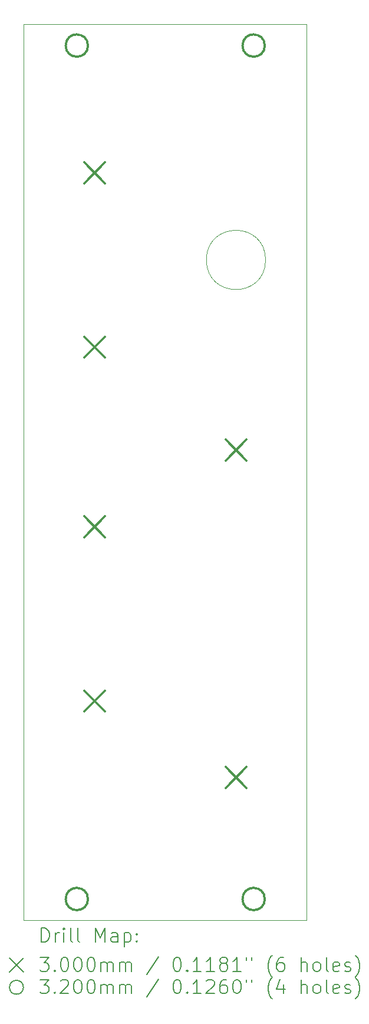
<source format=gbr>
%TF.GenerationSoftware,KiCad,Pcbnew,(6.0.9-0)*%
%TF.CreationDate,2023-02-07T08:36:39+01:00*%
%TF.ProjectId,fp_SDU460,66705f53-4455-4343-9630-2e6b69636164,A*%
%TF.SameCoordinates,Original*%
%TF.FileFunction,Drillmap*%
%TF.FilePolarity,Positive*%
%FSLAX45Y45*%
G04 Gerber Fmt 4.5, Leading zero omitted, Abs format (unit mm)*
G04 Created by KiCad (PCBNEW (6.0.9-0)) date 2023-02-07 08:36:39*
%MOMM*%
%LPD*%
G01*
G04 APERTURE LIST*
%ADD10C,0.100000*%
%ADD11C,0.200000*%
%ADD12C,0.300000*%
%ADD13C,0.320000*%
G04 APERTURE END LIST*
D10*
X6604000Y-4240500D02*
X10668000Y-4240500D01*
X10668000Y-4240500D02*
X10668000Y-17095500D01*
X10668000Y-17095500D02*
X6604000Y-17095500D01*
X6604000Y-17095500D02*
X6604000Y-4240500D01*
X10077000Y-7620000D02*
G75*
G03*
X10077000Y-7620000I-425000J0D01*
G01*
D11*
D12*
X7470000Y-6220000D02*
X7770000Y-6520000D01*
X7770000Y-6220000D02*
X7470000Y-6520000D01*
X7470000Y-8720000D02*
X7770000Y-9020000D01*
X7770000Y-8720000D02*
X7470000Y-9020000D01*
X7470000Y-11300000D02*
X7770000Y-11600000D01*
X7770000Y-11300000D02*
X7470000Y-11600000D01*
X7470000Y-13800000D02*
X7770000Y-14100000D01*
X7770000Y-13800000D02*
X7470000Y-14100000D01*
X9502000Y-10200000D02*
X9802000Y-10500000D01*
X9802000Y-10200000D02*
X9502000Y-10500000D01*
X9502000Y-14900000D02*
X9802000Y-15200000D01*
X9802000Y-14900000D02*
X9502000Y-15200000D01*
D13*
X7526000Y-4543000D02*
G75*
G03*
X7526000Y-4543000I-160000J0D01*
G01*
X7526000Y-16793000D02*
G75*
G03*
X7526000Y-16793000I-160000J0D01*
G01*
X10066000Y-4543000D02*
G75*
G03*
X10066000Y-4543000I-160000J0D01*
G01*
X10066000Y-16793000D02*
G75*
G03*
X10066000Y-16793000I-160000J0D01*
G01*
D11*
X6856619Y-17410976D02*
X6856619Y-17210976D01*
X6904238Y-17210976D01*
X6932809Y-17220500D01*
X6951857Y-17239548D01*
X6961381Y-17258595D01*
X6970905Y-17296690D01*
X6970905Y-17325262D01*
X6961381Y-17363357D01*
X6951857Y-17382405D01*
X6932809Y-17401452D01*
X6904238Y-17410976D01*
X6856619Y-17410976D01*
X7056619Y-17410976D02*
X7056619Y-17277643D01*
X7056619Y-17315738D02*
X7066143Y-17296690D01*
X7075667Y-17287167D01*
X7094714Y-17277643D01*
X7113762Y-17277643D01*
X7180428Y-17410976D02*
X7180428Y-17277643D01*
X7180428Y-17210976D02*
X7170905Y-17220500D01*
X7180428Y-17230024D01*
X7189952Y-17220500D01*
X7180428Y-17210976D01*
X7180428Y-17230024D01*
X7304238Y-17410976D02*
X7285190Y-17401452D01*
X7275667Y-17382405D01*
X7275667Y-17210976D01*
X7409000Y-17410976D02*
X7389952Y-17401452D01*
X7380428Y-17382405D01*
X7380428Y-17210976D01*
X7637571Y-17410976D02*
X7637571Y-17210976D01*
X7704238Y-17353833D01*
X7770905Y-17210976D01*
X7770905Y-17410976D01*
X7951857Y-17410976D02*
X7951857Y-17306214D01*
X7942333Y-17287167D01*
X7923286Y-17277643D01*
X7885190Y-17277643D01*
X7866143Y-17287167D01*
X7951857Y-17401452D02*
X7932809Y-17410976D01*
X7885190Y-17410976D01*
X7866143Y-17401452D01*
X7856619Y-17382405D01*
X7856619Y-17363357D01*
X7866143Y-17344310D01*
X7885190Y-17334786D01*
X7932809Y-17334786D01*
X7951857Y-17325262D01*
X8047095Y-17277643D02*
X8047095Y-17477643D01*
X8047095Y-17287167D02*
X8066143Y-17277643D01*
X8104238Y-17277643D01*
X8123286Y-17287167D01*
X8132809Y-17296690D01*
X8142333Y-17315738D01*
X8142333Y-17372881D01*
X8132809Y-17391929D01*
X8123286Y-17401452D01*
X8104238Y-17410976D01*
X8066143Y-17410976D01*
X8047095Y-17401452D01*
X8228048Y-17391929D02*
X8237571Y-17401452D01*
X8228048Y-17410976D01*
X8218524Y-17401452D01*
X8228048Y-17391929D01*
X8228048Y-17410976D01*
X8228048Y-17287167D02*
X8237571Y-17296690D01*
X8228048Y-17306214D01*
X8218524Y-17296690D01*
X8228048Y-17287167D01*
X8228048Y-17306214D01*
X6399000Y-17640500D02*
X6599000Y-17840500D01*
X6599000Y-17640500D02*
X6399000Y-17840500D01*
X6837571Y-17630976D02*
X6961381Y-17630976D01*
X6894714Y-17707167D01*
X6923286Y-17707167D01*
X6942333Y-17716690D01*
X6951857Y-17726214D01*
X6961381Y-17745262D01*
X6961381Y-17792881D01*
X6951857Y-17811929D01*
X6942333Y-17821452D01*
X6923286Y-17830976D01*
X6866143Y-17830976D01*
X6847095Y-17821452D01*
X6837571Y-17811929D01*
X7047095Y-17811929D02*
X7056619Y-17821452D01*
X7047095Y-17830976D01*
X7037571Y-17821452D01*
X7047095Y-17811929D01*
X7047095Y-17830976D01*
X7180428Y-17630976D02*
X7199476Y-17630976D01*
X7218524Y-17640500D01*
X7228048Y-17650024D01*
X7237571Y-17669071D01*
X7247095Y-17707167D01*
X7247095Y-17754786D01*
X7237571Y-17792881D01*
X7228048Y-17811929D01*
X7218524Y-17821452D01*
X7199476Y-17830976D01*
X7180428Y-17830976D01*
X7161381Y-17821452D01*
X7151857Y-17811929D01*
X7142333Y-17792881D01*
X7132809Y-17754786D01*
X7132809Y-17707167D01*
X7142333Y-17669071D01*
X7151857Y-17650024D01*
X7161381Y-17640500D01*
X7180428Y-17630976D01*
X7370905Y-17630976D02*
X7389952Y-17630976D01*
X7409000Y-17640500D01*
X7418524Y-17650024D01*
X7428048Y-17669071D01*
X7437571Y-17707167D01*
X7437571Y-17754786D01*
X7428048Y-17792881D01*
X7418524Y-17811929D01*
X7409000Y-17821452D01*
X7389952Y-17830976D01*
X7370905Y-17830976D01*
X7351857Y-17821452D01*
X7342333Y-17811929D01*
X7332809Y-17792881D01*
X7323286Y-17754786D01*
X7323286Y-17707167D01*
X7332809Y-17669071D01*
X7342333Y-17650024D01*
X7351857Y-17640500D01*
X7370905Y-17630976D01*
X7561381Y-17630976D02*
X7580428Y-17630976D01*
X7599476Y-17640500D01*
X7609000Y-17650024D01*
X7618524Y-17669071D01*
X7628048Y-17707167D01*
X7628048Y-17754786D01*
X7618524Y-17792881D01*
X7609000Y-17811929D01*
X7599476Y-17821452D01*
X7580428Y-17830976D01*
X7561381Y-17830976D01*
X7542333Y-17821452D01*
X7532809Y-17811929D01*
X7523286Y-17792881D01*
X7513762Y-17754786D01*
X7513762Y-17707167D01*
X7523286Y-17669071D01*
X7532809Y-17650024D01*
X7542333Y-17640500D01*
X7561381Y-17630976D01*
X7713762Y-17830976D02*
X7713762Y-17697643D01*
X7713762Y-17716690D02*
X7723286Y-17707167D01*
X7742333Y-17697643D01*
X7770905Y-17697643D01*
X7789952Y-17707167D01*
X7799476Y-17726214D01*
X7799476Y-17830976D01*
X7799476Y-17726214D02*
X7809000Y-17707167D01*
X7828048Y-17697643D01*
X7856619Y-17697643D01*
X7875667Y-17707167D01*
X7885190Y-17726214D01*
X7885190Y-17830976D01*
X7980428Y-17830976D02*
X7980428Y-17697643D01*
X7980428Y-17716690D02*
X7989952Y-17707167D01*
X8009000Y-17697643D01*
X8037571Y-17697643D01*
X8056619Y-17707167D01*
X8066143Y-17726214D01*
X8066143Y-17830976D01*
X8066143Y-17726214D02*
X8075667Y-17707167D01*
X8094714Y-17697643D01*
X8123286Y-17697643D01*
X8142333Y-17707167D01*
X8151857Y-17726214D01*
X8151857Y-17830976D01*
X8542333Y-17621452D02*
X8370905Y-17878595D01*
X8799476Y-17630976D02*
X8818524Y-17630976D01*
X8837571Y-17640500D01*
X8847095Y-17650024D01*
X8856619Y-17669071D01*
X8866143Y-17707167D01*
X8866143Y-17754786D01*
X8856619Y-17792881D01*
X8847095Y-17811929D01*
X8837571Y-17821452D01*
X8818524Y-17830976D01*
X8799476Y-17830976D01*
X8780429Y-17821452D01*
X8770905Y-17811929D01*
X8761381Y-17792881D01*
X8751857Y-17754786D01*
X8751857Y-17707167D01*
X8761381Y-17669071D01*
X8770905Y-17650024D01*
X8780429Y-17640500D01*
X8799476Y-17630976D01*
X8951857Y-17811929D02*
X8961381Y-17821452D01*
X8951857Y-17830976D01*
X8942333Y-17821452D01*
X8951857Y-17811929D01*
X8951857Y-17830976D01*
X9151857Y-17830976D02*
X9037571Y-17830976D01*
X9094714Y-17830976D02*
X9094714Y-17630976D01*
X9075667Y-17659548D01*
X9056619Y-17678595D01*
X9037571Y-17688119D01*
X9342333Y-17830976D02*
X9228048Y-17830976D01*
X9285190Y-17830976D02*
X9285190Y-17630976D01*
X9266143Y-17659548D01*
X9247095Y-17678595D01*
X9228048Y-17688119D01*
X9456619Y-17716690D02*
X9437571Y-17707167D01*
X9428048Y-17697643D01*
X9418524Y-17678595D01*
X9418524Y-17669071D01*
X9428048Y-17650024D01*
X9437571Y-17640500D01*
X9456619Y-17630976D01*
X9494714Y-17630976D01*
X9513762Y-17640500D01*
X9523286Y-17650024D01*
X9532810Y-17669071D01*
X9532810Y-17678595D01*
X9523286Y-17697643D01*
X9513762Y-17707167D01*
X9494714Y-17716690D01*
X9456619Y-17716690D01*
X9437571Y-17726214D01*
X9428048Y-17735738D01*
X9418524Y-17754786D01*
X9418524Y-17792881D01*
X9428048Y-17811929D01*
X9437571Y-17821452D01*
X9456619Y-17830976D01*
X9494714Y-17830976D01*
X9513762Y-17821452D01*
X9523286Y-17811929D01*
X9532810Y-17792881D01*
X9532810Y-17754786D01*
X9523286Y-17735738D01*
X9513762Y-17726214D01*
X9494714Y-17716690D01*
X9723286Y-17830976D02*
X9609000Y-17830976D01*
X9666143Y-17830976D02*
X9666143Y-17630976D01*
X9647095Y-17659548D01*
X9628048Y-17678595D01*
X9609000Y-17688119D01*
X9799476Y-17630976D02*
X9799476Y-17669071D01*
X9875667Y-17630976D02*
X9875667Y-17669071D01*
X10170905Y-17907167D02*
X10161381Y-17897643D01*
X10142333Y-17869071D01*
X10132810Y-17850024D01*
X10123286Y-17821452D01*
X10113762Y-17773833D01*
X10113762Y-17735738D01*
X10123286Y-17688119D01*
X10132810Y-17659548D01*
X10142333Y-17640500D01*
X10161381Y-17611929D01*
X10170905Y-17602405D01*
X10332810Y-17630976D02*
X10294714Y-17630976D01*
X10275667Y-17640500D01*
X10266143Y-17650024D01*
X10247095Y-17678595D01*
X10237571Y-17716690D01*
X10237571Y-17792881D01*
X10247095Y-17811929D01*
X10256619Y-17821452D01*
X10275667Y-17830976D01*
X10313762Y-17830976D01*
X10332810Y-17821452D01*
X10342333Y-17811929D01*
X10351857Y-17792881D01*
X10351857Y-17745262D01*
X10342333Y-17726214D01*
X10332810Y-17716690D01*
X10313762Y-17707167D01*
X10275667Y-17707167D01*
X10256619Y-17716690D01*
X10247095Y-17726214D01*
X10237571Y-17745262D01*
X10589952Y-17830976D02*
X10589952Y-17630976D01*
X10675667Y-17830976D02*
X10675667Y-17726214D01*
X10666143Y-17707167D01*
X10647095Y-17697643D01*
X10618524Y-17697643D01*
X10599476Y-17707167D01*
X10589952Y-17716690D01*
X10799476Y-17830976D02*
X10780429Y-17821452D01*
X10770905Y-17811929D01*
X10761381Y-17792881D01*
X10761381Y-17735738D01*
X10770905Y-17716690D01*
X10780429Y-17707167D01*
X10799476Y-17697643D01*
X10828048Y-17697643D01*
X10847095Y-17707167D01*
X10856619Y-17716690D01*
X10866143Y-17735738D01*
X10866143Y-17792881D01*
X10856619Y-17811929D01*
X10847095Y-17821452D01*
X10828048Y-17830976D01*
X10799476Y-17830976D01*
X10980429Y-17830976D02*
X10961381Y-17821452D01*
X10951857Y-17802405D01*
X10951857Y-17630976D01*
X11132810Y-17821452D02*
X11113762Y-17830976D01*
X11075667Y-17830976D01*
X11056619Y-17821452D01*
X11047095Y-17802405D01*
X11047095Y-17726214D01*
X11056619Y-17707167D01*
X11075667Y-17697643D01*
X11113762Y-17697643D01*
X11132810Y-17707167D01*
X11142333Y-17726214D01*
X11142333Y-17745262D01*
X11047095Y-17764310D01*
X11218524Y-17821452D02*
X11237571Y-17830976D01*
X11275667Y-17830976D01*
X11294714Y-17821452D01*
X11304238Y-17802405D01*
X11304238Y-17792881D01*
X11294714Y-17773833D01*
X11275667Y-17764310D01*
X11247095Y-17764310D01*
X11228048Y-17754786D01*
X11218524Y-17735738D01*
X11218524Y-17726214D01*
X11228048Y-17707167D01*
X11247095Y-17697643D01*
X11275667Y-17697643D01*
X11294714Y-17707167D01*
X11370905Y-17907167D02*
X11380428Y-17897643D01*
X11399476Y-17869071D01*
X11409000Y-17850024D01*
X11418524Y-17821452D01*
X11428048Y-17773833D01*
X11428048Y-17735738D01*
X11418524Y-17688119D01*
X11409000Y-17659548D01*
X11399476Y-17640500D01*
X11380428Y-17611929D01*
X11370905Y-17602405D01*
X6599000Y-18060500D02*
G75*
G03*
X6599000Y-18060500I-100000J0D01*
G01*
X6837571Y-17950976D02*
X6961381Y-17950976D01*
X6894714Y-18027167D01*
X6923286Y-18027167D01*
X6942333Y-18036690D01*
X6951857Y-18046214D01*
X6961381Y-18065262D01*
X6961381Y-18112881D01*
X6951857Y-18131929D01*
X6942333Y-18141452D01*
X6923286Y-18150976D01*
X6866143Y-18150976D01*
X6847095Y-18141452D01*
X6837571Y-18131929D01*
X7047095Y-18131929D02*
X7056619Y-18141452D01*
X7047095Y-18150976D01*
X7037571Y-18141452D01*
X7047095Y-18131929D01*
X7047095Y-18150976D01*
X7132809Y-17970024D02*
X7142333Y-17960500D01*
X7161381Y-17950976D01*
X7209000Y-17950976D01*
X7228048Y-17960500D01*
X7237571Y-17970024D01*
X7247095Y-17989071D01*
X7247095Y-18008119D01*
X7237571Y-18036690D01*
X7123286Y-18150976D01*
X7247095Y-18150976D01*
X7370905Y-17950976D02*
X7389952Y-17950976D01*
X7409000Y-17960500D01*
X7418524Y-17970024D01*
X7428048Y-17989071D01*
X7437571Y-18027167D01*
X7437571Y-18074786D01*
X7428048Y-18112881D01*
X7418524Y-18131929D01*
X7409000Y-18141452D01*
X7389952Y-18150976D01*
X7370905Y-18150976D01*
X7351857Y-18141452D01*
X7342333Y-18131929D01*
X7332809Y-18112881D01*
X7323286Y-18074786D01*
X7323286Y-18027167D01*
X7332809Y-17989071D01*
X7342333Y-17970024D01*
X7351857Y-17960500D01*
X7370905Y-17950976D01*
X7561381Y-17950976D02*
X7580428Y-17950976D01*
X7599476Y-17960500D01*
X7609000Y-17970024D01*
X7618524Y-17989071D01*
X7628048Y-18027167D01*
X7628048Y-18074786D01*
X7618524Y-18112881D01*
X7609000Y-18131929D01*
X7599476Y-18141452D01*
X7580428Y-18150976D01*
X7561381Y-18150976D01*
X7542333Y-18141452D01*
X7532809Y-18131929D01*
X7523286Y-18112881D01*
X7513762Y-18074786D01*
X7513762Y-18027167D01*
X7523286Y-17989071D01*
X7532809Y-17970024D01*
X7542333Y-17960500D01*
X7561381Y-17950976D01*
X7713762Y-18150976D02*
X7713762Y-18017643D01*
X7713762Y-18036690D02*
X7723286Y-18027167D01*
X7742333Y-18017643D01*
X7770905Y-18017643D01*
X7789952Y-18027167D01*
X7799476Y-18046214D01*
X7799476Y-18150976D01*
X7799476Y-18046214D02*
X7809000Y-18027167D01*
X7828048Y-18017643D01*
X7856619Y-18017643D01*
X7875667Y-18027167D01*
X7885190Y-18046214D01*
X7885190Y-18150976D01*
X7980428Y-18150976D02*
X7980428Y-18017643D01*
X7980428Y-18036690D02*
X7989952Y-18027167D01*
X8009000Y-18017643D01*
X8037571Y-18017643D01*
X8056619Y-18027167D01*
X8066143Y-18046214D01*
X8066143Y-18150976D01*
X8066143Y-18046214D02*
X8075667Y-18027167D01*
X8094714Y-18017643D01*
X8123286Y-18017643D01*
X8142333Y-18027167D01*
X8151857Y-18046214D01*
X8151857Y-18150976D01*
X8542333Y-17941452D02*
X8370905Y-18198595D01*
X8799476Y-17950976D02*
X8818524Y-17950976D01*
X8837571Y-17960500D01*
X8847095Y-17970024D01*
X8856619Y-17989071D01*
X8866143Y-18027167D01*
X8866143Y-18074786D01*
X8856619Y-18112881D01*
X8847095Y-18131929D01*
X8837571Y-18141452D01*
X8818524Y-18150976D01*
X8799476Y-18150976D01*
X8780429Y-18141452D01*
X8770905Y-18131929D01*
X8761381Y-18112881D01*
X8751857Y-18074786D01*
X8751857Y-18027167D01*
X8761381Y-17989071D01*
X8770905Y-17970024D01*
X8780429Y-17960500D01*
X8799476Y-17950976D01*
X8951857Y-18131929D02*
X8961381Y-18141452D01*
X8951857Y-18150976D01*
X8942333Y-18141452D01*
X8951857Y-18131929D01*
X8951857Y-18150976D01*
X9151857Y-18150976D02*
X9037571Y-18150976D01*
X9094714Y-18150976D02*
X9094714Y-17950976D01*
X9075667Y-17979548D01*
X9056619Y-17998595D01*
X9037571Y-18008119D01*
X9228048Y-17970024D02*
X9237571Y-17960500D01*
X9256619Y-17950976D01*
X9304238Y-17950976D01*
X9323286Y-17960500D01*
X9332810Y-17970024D01*
X9342333Y-17989071D01*
X9342333Y-18008119D01*
X9332810Y-18036690D01*
X9218524Y-18150976D01*
X9342333Y-18150976D01*
X9513762Y-17950976D02*
X9475667Y-17950976D01*
X9456619Y-17960500D01*
X9447095Y-17970024D01*
X9428048Y-17998595D01*
X9418524Y-18036690D01*
X9418524Y-18112881D01*
X9428048Y-18131929D01*
X9437571Y-18141452D01*
X9456619Y-18150976D01*
X9494714Y-18150976D01*
X9513762Y-18141452D01*
X9523286Y-18131929D01*
X9532810Y-18112881D01*
X9532810Y-18065262D01*
X9523286Y-18046214D01*
X9513762Y-18036690D01*
X9494714Y-18027167D01*
X9456619Y-18027167D01*
X9437571Y-18036690D01*
X9428048Y-18046214D01*
X9418524Y-18065262D01*
X9656619Y-17950976D02*
X9675667Y-17950976D01*
X9694714Y-17960500D01*
X9704238Y-17970024D01*
X9713762Y-17989071D01*
X9723286Y-18027167D01*
X9723286Y-18074786D01*
X9713762Y-18112881D01*
X9704238Y-18131929D01*
X9694714Y-18141452D01*
X9675667Y-18150976D01*
X9656619Y-18150976D01*
X9637571Y-18141452D01*
X9628048Y-18131929D01*
X9618524Y-18112881D01*
X9609000Y-18074786D01*
X9609000Y-18027167D01*
X9618524Y-17989071D01*
X9628048Y-17970024D01*
X9637571Y-17960500D01*
X9656619Y-17950976D01*
X9799476Y-17950976D02*
X9799476Y-17989071D01*
X9875667Y-17950976D02*
X9875667Y-17989071D01*
X10170905Y-18227167D02*
X10161381Y-18217643D01*
X10142333Y-18189071D01*
X10132810Y-18170024D01*
X10123286Y-18141452D01*
X10113762Y-18093833D01*
X10113762Y-18055738D01*
X10123286Y-18008119D01*
X10132810Y-17979548D01*
X10142333Y-17960500D01*
X10161381Y-17931929D01*
X10170905Y-17922405D01*
X10332810Y-18017643D02*
X10332810Y-18150976D01*
X10285190Y-17941452D02*
X10237571Y-18084310D01*
X10361381Y-18084310D01*
X10589952Y-18150976D02*
X10589952Y-17950976D01*
X10675667Y-18150976D02*
X10675667Y-18046214D01*
X10666143Y-18027167D01*
X10647095Y-18017643D01*
X10618524Y-18017643D01*
X10599476Y-18027167D01*
X10589952Y-18036690D01*
X10799476Y-18150976D02*
X10780429Y-18141452D01*
X10770905Y-18131929D01*
X10761381Y-18112881D01*
X10761381Y-18055738D01*
X10770905Y-18036690D01*
X10780429Y-18027167D01*
X10799476Y-18017643D01*
X10828048Y-18017643D01*
X10847095Y-18027167D01*
X10856619Y-18036690D01*
X10866143Y-18055738D01*
X10866143Y-18112881D01*
X10856619Y-18131929D01*
X10847095Y-18141452D01*
X10828048Y-18150976D01*
X10799476Y-18150976D01*
X10980429Y-18150976D02*
X10961381Y-18141452D01*
X10951857Y-18122405D01*
X10951857Y-17950976D01*
X11132810Y-18141452D02*
X11113762Y-18150976D01*
X11075667Y-18150976D01*
X11056619Y-18141452D01*
X11047095Y-18122405D01*
X11047095Y-18046214D01*
X11056619Y-18027167D01*
X11075667Y-18017643D01*
X11113762Y-18017643D01*
X11132810Y-18027167D01*
X11142333Y-18046214D01*
X11142333Y-18065262D01*
X11047095Y-18084310D01*
X11218524Y-18141452D02*
X11237571Y-18150976D01*
X11275667Y-18150976D01*
X11294714Y-18141452D01*
X11304238Y-18122405D01*
X11304238Y-18112881D01*
X11294714Y-18093833D01*
X11275667Y-18084310D01*
X11247095Y-18084310D01*
X11228048Y-18074786D01*
X11218524Y-18055738D01*
X11218524Y-18046214D01*
X11228048Y-18027167D01*
X11247095Y-18017643D01*
X11275667Y-18017643D01*
X11294714Y-18027167D01*
X11370905Y-18227167D02*
X11380428Y-18217643D01*
X11399476Y-18189071D01*
X11409000Y-18170024D01*
X11418524Y-18141452D01*
X11428048Y-18093833D01*
X11428048Y-18055738D01*
X11418524Y-18008119D01*
X11409000Y-17979548D01*
X11399476Y-17960500D01*
X11380428Y-17931929D01*
X11370905Y-17922405D01*
M02*

</source>
